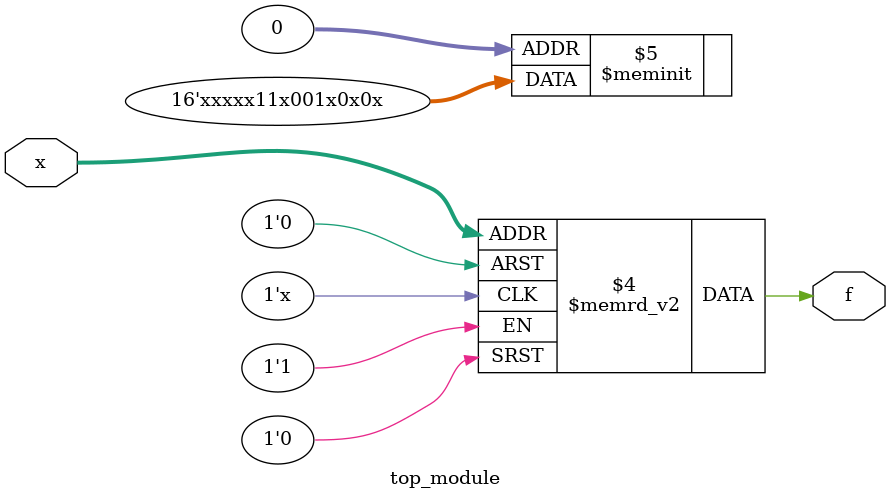
<source format=sv>
module top_module (
    input [4:1] x,
    output logic f
);
    always_comb begin
        case (x)
            4'b0000: f = 1'bX;
            4'b0001: f = 1'b0;
            4'b0010: f = 1'bX;
            4'b0011: f = 1'b0;
            4'b0100: f = 1'bX;
            4'b0101: f = 1'b1;
            4'b0110: f = 1'b0;
            4'b0111: f = 1'b0;
            4'b1000: f = 1'bX;
            4'b1001: f = 1'b1;
            4'b1010: f = 1'b1;
            4'b1011: f = 1'bX;
            4'b1100: f = 1'bX;
            4'b1101: f = 1'bX;
            4'b1110: f = 1'bX;
            4'b1111: f = 1'bX;
        endcase
    end
endmodule

</source>
